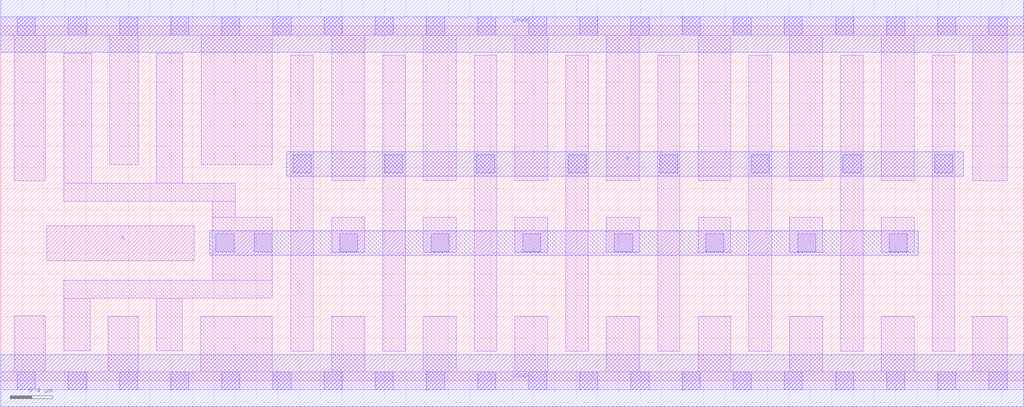
<source format=lef>
# Copyright 2020 The SkyWater PDK Authors
#
# Licensed under the Apache License, Version 2.0 (the "License");
# you may not use this file except in compliance with the License.
# You may obtain a copy of the License at
#
#     https://www.apache.org/licenses/LICENSE-2.0
#
# Unless required by applicable law or agreed to in writing, software
# distributed under the License is distributed on an "AS IS" BASIS,
# WITHOUT WARRANTIES OR CONDITIONS OF ANY KIND, either express or implied.
# See the License for the specific language governing permissions and
# limitations under the License.
#
# SPDX-License-Identifier: Apache-2.0

VERSION 5.7 ;
  NAMESCASESENSITIVE ON ;
  NOWIREEXTENSIONATPIN ON ;
  DIVIDERCHAR "/" ;
  BUSBITCHARS "[]" ;
UNITS
  DATABASE MICRONS 200 ;
END UNITS
MACRO sky130_fd_sc_lp__clkbuf_16
  CLASS CORE ;
  FOREIGN sky130_fd_sc_lp__clkbuf_16 ;
  ORIGIN  0.000000  0.000000 ;
  SIZE  9.600000 BY  3.330000 ;
  SYMMETRY X Y R90 ;
  SITE unit ;
  PIN A
    ANTENNAGATEAREA  1.008000 ;
    DIRECTION INPUT ;
    USE SIGNAL ;
    PORT
      LAYER li1 ;
        RECT 0.430000 1.125000 1.815000 1.455000 ;
    END
  END A
  PIN X
    ANTENNADIFFAREA  3.763200 ;
    DIRECTION OUTPUT ;
    USE SIGNAL ;
    PORT
      LAYER met1 ;
        RECT 2.685000 1.920000 9.035000 2.150000 ;
    END
  END X
  PIN VGND
    DIRECTION INOUT ;
    USE GROUND ;
    PORT
      LAYER met1 ;
        RECT 0.000000 -0.245000 9.600000 0.245000 ;
    END
  END VGND
  PIN VPWR
    DIRECTION INOUT ;
    USE POWER ;
    PORT
      LAYER met1 ;
        RECT 0.000000 3.085000 9.600000 3.575000 ;
    END
  END VPWR
  OBS
    LAYER li1 ;
      RECT 0.000000 -0.085000 9.600000 0.085000 ;
      RECT 0.000000  3.245000 9.600000 3.415000 ;
      RECT 0.125000  0.085000 0.420000 0.610000 ;
      RECT 0.125000  1.875000 0.420000 3.245000 ;
      RECT 0.590000  0.280000 0.840000 0.775000 ;
      RECT 0.590000  0.775000 2.550000 0.945000 ;
      RECT 0.590000  1.685000 2.200000 1.855000 ;
      RECT 0.590000  1.855000 0.855000 3.075000 ;
      RECT 1.010000  0.085000 1.290000 0.605000 ;
      RECT 1.025000  2.025000 1.290000 3.245000 ;
      RECT 1.460000  0.280000 1.705000 0.775000 ;
      RECT 1.460000  1.855000 1.710000 3.075000 ;
      RECT 1.875000  0.085000 2.550000 0.605000 ;
      RECT 1.880000  2.025000 2.550000 3.245000 ;
      RECT 1.985000  0.945000 2.550000 1.535000 ;
      RECT 1.985000  1.535000 2.200000 1.685000 ;
      RECT 2.720000  0.275000 2.935000 3.055000 ;
      RECT 3.105000  0.085000 3.415000 0.605000 ;
      RECT 3.105000  1.205000 3.415000 1.535000 ;
      RECT 3.105000  1.875000 3.415000 3.245000 ;
      RECT 3.585000  0.275000 3.795000 3.055000 ;
      RECT 3.965000  0.085000 4.275000 0.605000 ;
      RECT 3.965000  1.205000 4.275000 1.535000 ;
      RECT 3.965000  1.875000 4.275000 3.245000 ;
      RECT 4.445000  0.275000 4.655000 3.055000 ;
      RECT 4.825000  0.085000 5.135000 0.605000 ;
      RECT 4.825000  1.205000 5.135000 1.535000 ;
      RECT 4.825000  1.875000 5.135000 3.245000 ;
      RECT 5.305000  0.275000 5.515000 3.055000 ;
      RECT 5.685000  0.085000 5.995000 0.605000 ;
      RECT 5.685000  1.205000 5.995000 1.535000 ;
      RECT 5.685000  1.875000 5.995000 3.245000 ;
      RECT 6.165000  0.275000 6.375000 3.055000 ;
      RECT 6.545000  0.085000 6.850000 0.605000 ;
      RECT 6.545000  1.205000 6.850000 1.535000 ;
      RECT 6.545000  1.875000 6.850000 3.245000 ;
      RECT 7.020000  0.275000 7.235000 3.055000 ;
      RECT 7.405000  0.085000 7.715000 0.605000 ;
      RECT 7.405000  1.205000 7.715000 1.535000 ;
      RECT 7.405000  1.875000 7.715000 3.245000 ;
      RECT 7.885000  0.275000 8.095000 3.055000 ;
      RECT 8.265000  0.085000 8.575000 0.605000 ;
      RECT 8.265000  1.205000 8.575000 1.535000 ;
      RECT 8.265000  1.875000 8.575000 3.245000 ;
      RECT 8.745000  0.275000 8.955000 3.055000 ;
      RECT 9.125000  0.085000 9.445000 0.605000 ;
      RECT 9.125000  1.875000 9.445000 3.245000 ;
    LAYER mcon ;
      RECT 0.155000 -0.085000 0.325000 0.085000 ;
      RECT 0.155000  3.245000 0.325000 3.415000 ;
      RECT 0.635000 -0.085000 0.805000 0.085000 ;
      RECT 0.635000  3.245000 0.805000 3.415000 ;
      RECT 1.115000 -0.085000 1.285000 0.085000 ;
      RECT 1.115000  3.245000 1.285000 3.415000 ;
      RECT 1.595000 -0.085000 1.765000 0.085000 ;
      RECT 1.595000  3.245000 1.765000 3.415000 ;
      RECT 2.020000  1.210000 2.190000 1.380000 ;
      RECT 2.075000 -0.085000 2.245000 0.085000 ;
      RECT 2.075000  3.245000 2.245000 3.415000 ;
      RECT 2.380000  1.210000 2.550000 1.380000 ;
      RECT 2.555000 -0.085000 2.725000 0.085000 ;
      RECT 2.555000  3.245000 2.725000 3.415000 ;
      RECT 2.745000  1.950000 2.915000 2.120000 ;
      RECT 3.035000 -0.085000 3.205000 0.085000 ;
      RECT 3.035000  3.245000 3.205000 3.415000 ;
      RECT 3.180000  1.210000 3.350000 1.380000 ;
      RECT 3.515000 -0.085000 3.685000 0.085000 ;
      RECT 3.515000  3.245000 3.685000 3.415000 ;
      RECT 3.605000  1.950000 3.775000 2.120000 ;
      RECT 3.995000 -0.085000 4.165000 0.085000 ;
      RECT 3.995000  3.245000 4.165000 3.415000 ;
      RECT 4.040000  1.210000 4.210000 1.380000 ;
      RECT 4.465000  1.950000 4.635000 2.120000 ;
      RECT 4.475000 -0.085000 4.645000 0.085000 ;
      RECT 4.475000  3.245000 4.645000 3.415000 ;
      RECT 4.900000  1.210000 5.070000 1.380000 ;
      RECT 4.955000 -0.085000 5.125000 0.085000 ;
      RECT 4.955000  3.245000 5.125000 3.415000 ;
      RECT 5.325000  1.950000 5.495000 2.120000 ;
      RECT 5.435000 -0.085000 5.605000 0.085000 ;
      RECT 5.435000  3.245000 5.605000 3.415000 ;
      RECT 5.760000  1.210000 5.930000 1.380000 ;
      RECT 5.915000 -0.085000 6.085000 0.085000 ;
      RECT 5.915000  3.245000 6.085000 3.415000 ;
      RECT 6.185000  1.950000 6.355000 2.120000 ;
      RECT 6.395000 -0.085000 6.565000 0.085000 ;
      RECT 6.395000  3.245000 6.565000 3.415000 ;
      RECT 6.615000  1.210000 6.785000 1.380000 ;
      RECT 6.875000 -0.085000 7.045000 0.085000 ;
      RECT 6.875000  3.245000 7.045000 3.415000 ;
      RECT 7.045000  1.950000 7.215000 2.120000 ;
      RECT 7.355000 -0.085000 7.525000 0.085000 ;
      RECT 7.355000  3.245000 7.525000 3.415000 ;
      RECT 7.480000  1.210000 7.650000 1.380000 ;
      RECT 7.835000 -0.085000 8.005000 0.085000 ;
      RECT 7.835000  3.245000 8.005000 3.415000 ;
      RECT 7.905000  1.950000 8.075000 2.120000 ;
      RECT 8.315000 -0.085000 8.485000 0.085000 ;
      RECT 8.315000  3.245000 8.485000 3.415000 ;
      RECT 8.340000  1.210000 8.510000 1.380000 ;
      RECT 8.765000  1.950000 8.935000 2.120000 ;
      RECT 8.795000 -0.085000 8.965000 0.085000 ;
      RECT 8.795000  3.245000 8.965000 3.415000 ;
      RECT 9.275000 -0.085000 9.445000 0.085000 ;
      RECT 9.275000  3.245000 9.445000 3.415000 ;
    LAYER met1 ;
      RECT 1.960000 1.180000 8.610000 1.410000 ;
  END
END sky130_fd_sc_lp__clkbuf_16
END LIBRARY

</source>
